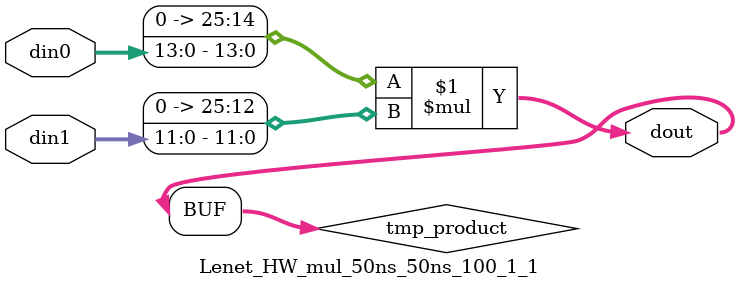
<source format=v>

`timescale 1 ns / 1 ps

  module Lenet_HW_mul_50ns_50ns_100_1_1(din0, din1, dout);
parameter ID = 1;
parameter NUM_STAGE = 0;
parameter din0_WIDTH = 14;
parameter din1_WIDTH = 12;
parameter dout_WIDTH = 26;

input [din0_WIDTH - 1 : 0] din0; 
input [din1_WIDTH - 1 : 0] din1; 
output [dout_WIDTH - 1 : 0] dout;

wire signed [dout_WIDTH - 1 : 0] tmp_product;










assign tmp_product = $signed({1'b0, din0}) * $signed({1'b0, din1});











assign dout = tmp_product;







endmodule

</source>
